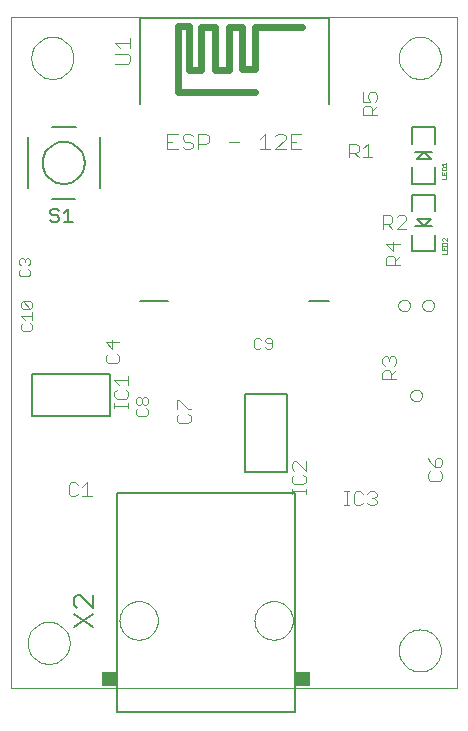
<source format=gto>
G75*
%MOIN*%
%OFA0B0*%
%FSLAX24Y24*%
%IPPOS*%
%LPD*%
%AMOC8*
5,1,8,0,0,1.08239X$1,22.5*
%
%ADD10C,0.0000*%
%ADD11C,0.0040*%
%ADD12C,0.0030*%
%ADD13C,0.0080*%
%ADD14C,0.0060*%
%ADD15R,0.0502X0.0450*%
%ADD16R,0.0492X0.0450*%
%ADD17C,0.0050*%
%ADD18C,0.0240*%
%ADD19C,0.0010*%
D10*
X000180Y000954D02*
X000180Y023325D01*
X015050Y023325D01*
X015050Y000954D01*
X000180Y000954D01*
X000730Y002454D02*
X000732Y002506D01*
X000738Y002558D01*
X000748Y002610D01*
X000761Y002660D01*
X000778Y002710D01*
X000799Y002758D01*
X000824Y002804D01*
X000852Y002848D01*
X000883Y002890D01*
X000917Y002930D01*
X000954Y002967D01*
X000994Y003001D01*
X001036Y003032D01*
X001080Y003060D01*
X001126Y003085D01*
X001174Y003106D01*
X001224Y003123D01*
X001274Y003136D01*
X001326Y003146D01*
X001378Y003152D01*
X001430Y003154D01*
X001482Y003152D01*
X001534Y003146D01*
X001586Y003136D01*
X001636Y003123D01*
X001686Y003106D01*
X001734Y003085D01*
X001780Y003060D01*
X001824Y003032D01*
X001866Y003001D01*
X001906Y002967D01*
X001943Y002930D01*
X001977Y002890D01*
X002008Y002848D01*
X002036Y002804D01*
X002061Y002758D01*
X002082Y002710D01*
X002099Y002660D01*
X002112Y002610D01*
X002122Y002558D01*
X002128Y002506D01*
X002130Y002454D01*
X002128Y002402D01*
X002122Y002350D01*
X002112Y002298D01*
X002099Y002248D01*
X002082Y002198D01*
X002061Y002150D01*
X002036Y002104D01*
X002008Y002060D01*
X001977Y002018D01*
X001943Y001978D01*
X001906Y001941D01*
X001866Y001907D01*
X001824Y001876D01*
X001780Y001848D01*
X001734Y001823D01*
X001686Y001802D01*
X001636Y001785D01*
X001586Y001772D01*
X001534Y001762D01*
X001482Y001756D01*
X001430Y001754D01*
X001378Y001756D01*
X001326Y001762D01*
X001274Y001772D01*
X001224Y001785D01*
X001174Y001802D01*
X001126Y001823D01*
X001080Y001848D01*
X001036Y001876D01*
X000994Y001907D01*
X000954Y001941D01*
X000917Y001978D01*
X000883Y002018D01*
X000852Y002060D01*
X000824Y002104D01*
X000799Y002150D01*
X000778Y002198D01*
X000761Y002248D01*
X000748Y002298D01*
X000738Y002350D01*
X000732Y002402D01*
X000730Y002454D01*
X003790Y003204D02*
X003792Y003254D01*
X003798Y003304D01*
X003808Y003353D01*
X003821Y003402D01*
X003839Y003449D01*
X003860Y003495D01*
X003884Y003538D01*
X003912Y003580D01*
X003943Y003620D01*
X003977Y003657D01*
X004014Y003691D01*
X004054Y003722D01*
X004096Y003750D01*
X004139Y003774D01*
X004185Y003795D01*
X004232Y003813D01*
X004281Y003826D01*
X004330Y003836D01*
X004380Y003842D01*
X004430Y003844D01*
X004480Y003842D01*
X004530Y003836D01*
X004579Y003826D01*
X004628Y003813D01*
X004675Y003795D01*
X004721Y003774D01*
X004764Y003750D01*
X004806Y003722D01*
X004846Y003691D01*
X004883Y003657D01*
X004917Y003620D01*
X004948Y003580D01*
X004976Y003538D01*
X005000Y003495D01*
X005021Y003449D01*
X005039Y003402D01*
X005052Y003353D01*
X005062Y003304D01*
X005068Y003254D01*
X005070Y003204D01*
X005068Y003154D01*
X005062Y003104D01*
X005052Y003055D01*
X005039Y003006D01*
X005021Y002959D01*
X005000Y002913D01*
X004976Y002870D01*
X004948Y002828D01*
X004917Y002788D01*
X004883Y002751D01*
X004846Y002717D01*
X004806Y002686D01*
X004764Y002658D01*
X004721Y002634D01*
X004675Y002613D01*
X004628Y002595D01*
X004579Y002582D01*
X004530Y002572D01*
X004480Y002566D01*
X004430Y002564D01*
X004380Y002566D01*
X004330Y002572D01*
X004281Y002582D01*
X004232Y002595D01*
X004185Y002613D01*
X004139Y002634D01*
X004096Y002658D01*
X004054Y002686D01*
X004014Y002717D01*
X003977Y002751D01*
X003943Y002788D01*
X003912Y002828D01*
X003884Y002870D01*
X003860Y002913D01*
X003839Y002959D01*
X003821Y003006D01*
X003808Y003055D01*
X003798Y003104D01*
X003792Y003154D01*
X003790Y003204D01*
X008290Y003204D02*
X008292Y003254D01*
X008298Y003304D01*
X008308Y003353D01*
X008321Y003402D01*
X008339Y003449D01*
X008360Y003495D01*
X008384Y003538D01*
X008412Y003580D01*
X008443Y003620D01*
X008477Y003657D01*
X008514Y003691D01*
X008554Y003722D01*
X008596Y003750D01*
X008639Y003774D01*
X008685Y003795D01*
X008732Y003813D01*
X008781Y003826D01*
X008830Y003836D01*
X008880Y003842D01*
X008930Y003844D01*
X008980Y003842D01*
X009030Y003836D01*
X009079Y003826D01*
X009128Y003813D01*
X009175Y003795D01*
X009221Y003774D01*
X009264Y003750D01*
X009306Y003722D01*
X009346Y003691D01*
X009383Y003657D01*
X009417Y003620D01*
X009448Y003580D01*
X009476Y003538D01*
X009500Y003495D01*
X009521Y003449D01*
X009539Y003402D01*
X009552Y003353D01*
X009562Y003304D01*
X009568Y003254D01*
X009570Y003204D01*
X009568Y003154D01*
X009562Y003104D01*
X009552Y003055D01*
X009539Y003006D01*
X009521Y002959D01*
X009500Y002913D01*
X009476Y002870D01*
X009448Y002828D01*
X009417Y002788D01*
X009383Y002751D01*
X009346Y002717D01*
X009306Y002686D01*
X009264Y002658D01*
X009221Y002634D01*
X009175Y002613D01*
X009128Y002595D01*
X009079Y002582D01*
X009030Y002572D01*
X008980Y002566D01*
X008930Y002564D01*
X008880Y002566D01*
X008830Y002572D01*
X008781Y002582D01*
X008732Y002595D01*
X008685Y002613D01*
X008639Y002634D01*
X008596Y002658D01*
X008554Y002686D01*
X008514Y002717D01*
X008477Y002751D01*
X008443Y002788D01*
X008412Y002828D01*
X008384Y002870D01*
X008360Y002913D01*
X008339Y002959D01*
X008321Y003006D01*
X008308Y003055D01*
X008298Y003104D01*
X008292Y003154D01*
X008290Y003204D01*
X013483Y010704D02*
X013485Y010731D01*
X013491Y010758D01*
X013500Y010784D01*
X013513Y010808D01*
X013529Y010831D01*
X013548Y010850D01*
X013570Y010867D01*
X013594Y010881D01*
X013619Y010891D01*
X013646Y010898D01*
X013673Y010901D01*
X013701Y010900D01*
X013728Y010895D01*
X013754Y010887D01*
X013778Y010875D01*
X013801Y010859D01*
X013822Y010841D01*
X013839Y010820D01*
X013854Y010796D01*
X013865Y010771D01*
X013873Y010745D01*
X013877Y010718D01*
X013877Y010690D01*
X013873Y010663D01*
X013865Y010637D01*
X013854Y010612D01*
X013839Y010588D01*
X013822Y010567D01*
X013801Y010549D01*
X013779Y010533D01*
X013754Y010521D01*
X013728Y010513D01*
X013701Y010508D01*
X013673Y010507D01*
X013646Y010510D01*
X013619Y010517D01*
X013594Y010527D01*
X013570Y010541D01*
X013548Y010558D01*
X013529Y010577D01*
X013513Y010600D01*
X013500Y010624D01*
X013491Y010650D01*
X013485Y010677D01*
X013483Y010704D01*
X013083Y013704D02*
X013085Y013731D01*
X013091Y013758D01*
X013100Y013784D01*
X013113Y013808D01*
X013129Y013831D01*
X013148Y013850D01*
X013170Y013867D01*
X013194Y013881D01*
X013219Y013891D01*
X013246Y013898D01*
X013273Y013901D01*
X013301Y013900D01*
X013328Y013895D01*
X013354Y013887D01*
X013378Y013875D01*
X013401Y013859D01*
X013422Y013841D01*
X013439Y013820D01*
X013454Y013796D01*
X013465Y013771D01*
X013473Y013745D01*
X013477Y013718D01*
X013477Y013690D01*
X013473Y013663D01*
X013465Y013637D01*
X013454Y013612D01*
X013439Y013588D01*
X013422Y013567D01*
X013401Y013549D01*
X013379Y013533D01*
X013354Y013521D01*
X013328Y013513D01*
X013301Y013508D01*
X013273Y013507D01*
X013246Y013510D01*
X013219Y013517D01*
X013194Y013527D01*
X013170Y013541D01*
X013148Y013558D01*
X013129Y013577D01*
X013113Y013600D01*
X013100Y013624D01*
X013091Y013650D01*
X013085Y013677D01*
X013083Y013704D01*
X013883Y013704D02*
X013885Y013731D01*
X013891Y013758D01*
X013900Y013784D01*
X013913Y013808D01*
X013929Y013831D01*
X013948Y013850D01*
X013970Y013867D01*
X013994Y013881D01*
X014019Y013891D01*
X014046Y013898D01*
X014073Y013901D01*
X014101Y013900D01*
X014128Y013895D01*
X014154Y013887D01*
X014178Y013875D01*
X014201Y013859D01*
X014222Y013841D01*
X014239Y013820D01*
X014254Y013796D01*
X014265Y013771D01*
X014273Y013745D01*
X014277Y013718D01*
X014277Y013690D01*
X014273Y013663D01*
X014265Y013637D01*
X014254Y013612D01*
X014239Y013588D01*
X014222Y013567D01*
X014201Y013549D01*
X014179Y013533D01*
X014154Y013521D01*
X014128Y013513D01*
X014101Y013508D01*
X014073Y013507D01*
X014046Y013510D01*
X014019Y013517D01*
X013994Y013527D01*
X013970Y013541D01*
X013948Y013558D01*
X013929Y013577D01*
X013913Y013600D01*
X013900Y013624D01*
X013891Y013650D01*
X013885Y013677D01*
X013883Y013704D01*
X013105Y021954D02*
X013107Y022006D01*
X013113Y022058D01*
X013123Y022110D01*
X013136Y022160D01*
X013153Y022210D01*
X013174Y022258D01*
X013199Y022304D01*
X013227Y022348D01*
X013258Y022390D01*
X013292Y022430D01*
X013329Y022467D01*
X013369Y022501D01*
X013411Y022532D01*
X013455Y022560D01*
X013501Y022585D01*
X013549Y022606D01*
X013599Y022623D01*
X013649Y022636D01*
X013701Y022646D01*
X013753Y022652D01*
X013805Y022654D01*
X013857Y022652D01*
X013909Y022646D01*
X013961Y022636D01*
X014011Y022623D01*
X014061Y022606D01*
X014109Y022585D01*
X014155Y022560D01*
X014199Y022532D01*
X014241Y022501D01*
X014281Y022467D01*
X014318Y022430D01*
X014352Y022390D01*
X014383Y022348D01*
X014411Y022304D01*
X014436Y022258D01*
X014457Y022210D01*
X014474Y022160D01*
X014487Y022110D01*
X014497Y022058D01*
X014503Y022006D01*
X014505Y021954D01*
X014503Y021902D01*
X014497Y021850D01*
X014487Y021798D01*
X014474Y021748D01*
X014457Y021698D01*
X014436Y021650D01*
X014411Y021604D01*
X014383Y021560D01*
X014352Y021518D01*
X014318Y021478D01*
X014281Y021441D01*
X014241Y021407D01*
X014199Y021376D01*
X014155Y021348D01*
X014109Y021323D01*
X014061Y021302D01*
X014011Y021285D01*
X013961Y021272D01*
X013909Y021262D01*
X013857Y021256D01*
X013805Y021254D01*
X013753Y021256D01*
X013701Y021262D01*
X013649Y021272D01*
X013599Y021285D01*
X013549Y021302D01*
X013501Y021323D01*
X013455Y021348D01*
X013411Y021376D01*
X013369Y021407D01*
X013329Y021441D01*
X013292Y021478D01*
X013258Y021518D01*
X013227Y021560D01*
X013199Y021604D01*
X013174Y021650D01*
X013153Y021698D01*
X013136Y021748D01*
X013123Y021798D01*
X013113Y021850D01*
X013107Y021902D01*
X013105Y021954D01*
X000855Y021954D02*
X000857Y022006D01*
X000863Y022058D01*
X000873Y022110D01*
X000886Y022160D01*
X000903Y022210D01*
X000924Y022258D01*
X000949Y022304D01*
X000977Y022348D01*
X001008Y022390D01*
X001042Y022430D01*
X001079Y022467D01*
X001119Y022501D01*
X001161Y022532D01*
X001205Y022560D01*
X001251Y022585D01*
X001299Y022606D01*
X001349Y022623D01*
X001399Y022636D01*
X001451Y022646D01*
X001503Y022652D01*
X001555Y022654D01*
X001607Y022652D01*
X001659Y022646D01*
X001711Y022636D01*
X001761Y022623D01*
X001811Y022606D01*
X001859Y022585D01*
X001905Y022560D01*
X001949Y022532D01*
X001991Y022501D01*
X002031Y022467D01*
X002068Y022430D01*
X002102Y022390D01*
X002133Y022348D01*
X002161Y022304D01*
X002186Y022258D01*
X002207Y022210D01*
X002224Y022160D01*
X002237Y022110D01*
X002247Y022058D01*
X002253Y022006D01*
X002255Y021954D01*
X002253Y021902D01*
X002247Y021850D01*
X002237Y021798D01*
X002224Y021748D01*
X002207Y021698D01*
X002186Y021650D01*
X002161Y021604D01*
X002133Y021560D01*
X002102Y021518D01*
X002068Y021478D01*
X002031Y021441D01*
X001991Y021407D01*
X001949Y021376D01*
X001905Y021348D01*
X001859Y021323D01*
X001811Y021302D01*
X001761Y021285D01*
X001711Y021272D01*
X001659Y021262D01*
X001607Y021256D01*
X001555Y021254D01*
X001503Y021256D01*
X001451Y021262D01*
X001399Y021272D01*
X001349Y021285D01*
X001299Y021302D01*
X001251Y021323D01*
X001205Y021348D01*
X001161Y021376D01*
X001119Y021407D01*
X001079Y021441D01*
X001042Y021478D01*
X001008Y021518D01*
X000977Y021560D01*
X000949Y021604D01*
X000924Y021650D01*
X000903Y021698D01*
X000886Y021748D01*
X000873Y021798D01*
X000863Y021850D01*
X000857Y021902D01*
X000855Y021954D01*
X013105Y002204D02*
X013107Y002256D01*
X013113Y002308D01*
X013123Y002360D01*
X013136Y002410D01*
X013153Y002460D01*
X013174Y002508D01*
X013199Y002554D01*
X013227Y002598D01*
X013258Y002640D01*
X013292Y002680D01*
X013329Y002717D01*
X013369Y002751D01*
X013411Y002782D01*
X013455Y002810D01*
X013501Y002835D01*
X013549Y002856D01*
X013599Y002873D01*
X013649Y002886D01*
X013701Y002896D01*
X013753Y002902D01*
X013805Y002904D01*
X013857Y002902D01*
X013909Y002896D01*
X013961Y002886D01*
X014011Y002873D01*
X014061Y002856D01*
X014109Y002835D01*
X014155Y002810D01*
X014199Y002782D01*
X014241Y002751D01*
X014281Y002717D01*
X014318Y002680D01*
X014352Y002640D01*
X014383Y002598D01*
X014411Y002554D01*
X014436Y002508D01*
X014457Y002460D01*
X014474Y002410D01*
X014487Y002360D01*
X014497Y002308D01*
X014503Y002256D01*
X014505Y002204D01*
X014503Y002152D01*
X014497Y002100D01*
X014487Y002048D01*
X014474Y001998D01*
X014457Y001948D01*
X014436Y001900D01*
X014411Y001854D01*
X014383Y001810D01*
X014352Y001768D01*
X014318Y001728D01*
X014281Y001691D01*
X014241Y001657D01*
X014199Y001626D01*
X014155Y001598D01*
X014109Y001573D01*
X014061Y001552D01*
X014011Y001535D01*
X013961Y001522D01*
X013909Y001512D01*
X013857Y001506D01*
X013805Y001504D01*
X013753Y001506D01*
X013701Y001512D01*
X013649Y001522D01*
X013599Y001535D01*
X013549Y001552D01*
X013501Y001573D01*
X013455Y001598D01*
X013411Y001626D01*
X013369Y001657D01*
X013329Y001691D01*
X013292Y001728D01*
X013258Y001768D01*
X013227Y001810D01*
X013199Y001854D01*
X013174Y001900D01*
X013153Y001948D01*
X013136Y001998D01*
X013123Y002048D01*
X013113Y002100D01*
X013107Y002152D01*
X013105Y002204D01*
D11*
X012282Y007049D02*
X012129Y007049D01*
X012052Y007126D01*
X011899Y007126D02*
X011822Y007049D01*
X011668Y007049D01*
X011592Y007126D01*
X011592Y007432D01*
X011668Y007509D01*
X011822Y007509D01*
X011899Y007432D01*
X012052Y007432D02*
X012129Y007509D01*
X012282Y007509D01*
X012359Y007432D01*
X012359Y007356D01*
X012282Y007279D01*
X012359Y007202D01*
X012359Y007126D01*
X012282Y007049D01*
X012282Y007279D02*
X012206Y007279D01*
X011438Y007509D02*
X011285Y007509D01*
X011362Y007509D02*
X011362Y007049D01*
X011438Y007049D02*
X011285Y007049D01*
X009993Y007434D02*
X009993Y007587D01*
X009993Y007510D02*
X009532Y007510D01*
X009532Y007434D02*
X009532Y007587D01*
X009609Y007740D02*
X009532Y007817D01*
X009532Y007971D01*
X009609Y008047D01*
X009609Y008201D02*
X009532Y008278D01*
X009532Y008431D01*
X009609Y008508D01*
X009686Y008508D01*
X009993Y008201D01*
X009993Y008508D01*
X009916Y008047D02*
X009993Y007971D01*
X009993Y007817D01*
X009916Y007740D01*
X009609Y007740D01*
X012550Y011236D02*
X012550Y011466D01*
X012626Y011543D01*
X012780Y011543D01*
X012857Y011466D01*
X012857Y011236D01*
X013010Y011236D02*
X012550Y011236D01*
X012857Y011390D02*
X013010Y011543D01*
X012933Y011697D02*
X013010Y011773D01*
X013010Y011927D01*
X012933Y012004D01*
X012857Y012004D01*
X012780Y011927D01*
X012780Y011850D01*
X012780Y011927D02*
X012703Y012004D01*
X012626Y012004D01*
X012550Y011927D01*
X012550Y011773D01*
X012626Y011697D01*
X014075Y008633D02*
X014151Y008479D01*
X014305Y008326D01*
X014305Y008556D01*
X014382Y008633D01*
X014458Y008633D01*
X014535Y008556D01*
X014535Y008403D01*
X014458Y008326D01*
X014305Y008326D01*
X014458Y008172D02*
X014535Y008096D01*
X014535Y007942D01*
X014458Y007865D01*
X014151Y007865D01*
X014075Y007942D01*
X014075Y008096D01*
X014151Y008172D01*
X013135Y015049D02*
X012675Y015049D01*
X012675Y015279D01*
X012751Y015356D01*
X012905Y015356D01*
X012982Y015279D01*
X012982Y015049D01*
X012982Y015202D02*
X013135Y015356D01*
X012905Y015509D02*
X012905Y015816D01*
X013135Y015739D02*
X012675Y015739D01*
X012905Y015509D01*
X012886Y016261D02*
X012733Y016415D01*
X012809Y016415D02*
X012579Y016415D01*
X012579Y016261D02*
X012579Y016722D01*
X012809Y016722D01*
X012886Y016645D01*
X012886Y016491D01*
X012809Y016415D01*
X013040Y016261D02*
X013347Y016568D01*
X013347Y016645D01*
X013270Y016722D01*
X013116Y016722D01*
X013040Y016645D01*
X013040Y016261D02*
X013347Y016261D01*
X012222Y018636D02*
X011915Y018636D01*
X012068Y018636D02*
X012068Y019097D01*
X011915Y018943D01*
X011761Y019020D02*
X011761Y018866D01*
X011684Y018790D01*
X011454Y018790D01*
X011608Y018790D02*
X011761Y018636D01*
X011454Y018636D02*
X011454Y019097D01*
X011684Y019097D01*
X011761Y019020D01*
X011912Y020040D02*
X011912Y020271D01*
X011989Y020347D01*
X012142Y020347D01*
X012219Y020271D01*
X012219Y020040D01*
X012373Y020040D02*
X011912Y020040D01*
X012219Y020194D02*
X012373Y020347D01*
X012296Y020501D02*
X012373Y020578D01*
X012373Y020731D01*
X012296Y020808D01*
X012142Y020808D01*
X012066Y020731D01*
X012066Y020654D01*
X012142Y020501D01*
X011912Y020501D01*
X011912Y020808D01*
X009852Y019425D02*
X009505Y019425D01*
X009505Y018905D01*
X009852Y018905D01*
X009678Y019165D02*
X009505Y019165D01*
X009336Y019252D02*
X009336Y019339D01*
X009249Y019425D01*
X009076Y019425D01*
X008989Y019339D01*
X009336Y019252D02*
X008989Y018905D01*
X009336Y018905D01*
X008820Y018905D02*
X008473Y018905D01*
X008647Y018905D02*
X008647Y019425D01*
X008473Y019252D01*
X007789Y019165D02*
X007442Y019165D01*
X006758Y019165D02*
X006671Y019078D01*
X006411Y019078D01*
X006411Y018905D02*
X006411Y019425D01*
X006671Y019425D01*
X006758Y019339D01*
X006758Y019165D01*
X006242Y019078D02*
X006242Y018992D01*
X006155Y018905D01*
X005982Y018905D01*
X005895Y018992D01*
X005727Y018905D02*
X005380Y018905D01*
X005380Y019425D01*
X005727Y019425D01*
X005895Y019339D02*
X005895Y019252D01*
X005982Y019165D01*
X006155Y019165D01*
X006242Y019078D01*
X006242Y019339D02*
X006155Y019425D01*
X005982Y019425D01*
X005895Y019339D01*
X005553Y019165D02*
X005380Y019165D01*
X004066Y021755D02*
X004153Y021842D01*
X004153Y022015D01*
X004066Y022102D01*
X003632Y022102D01*
X003806Y022270D02*
X003632Y022444D01*
X004153Y022444D01*
X004153Y022617D02*
X004153Y022270D01*
X004066Y021755D02*
X003632Y021755D01*
X003555Y012554D02*
X003555Y012247D01*
X003325Y012477D01*
X003785Y012477D01*
X003708Y012093D02*
X003785Y012016D01*
X003785Y011863D01*
X003708Y011786D01*
X003401Y011786D01*
X003325Y011863D01*
X003325Y012016D01*
X003401Y012093D01*
X003617Y011207D02*
X004078Y011207D01*
X004078Y011054D02*
X004078Y011361D01*
X003771Y011054D02*
X003617Y011207D01*
X003694Y010900D02*
X003617Y010823D01*
X003617Y010670D01*
X003694Y010593D01*
X004001Y010593D01*
X004078Y010670D01*
X004078Y010823D01*
X004001Y010900D01*
X004078Y010440D02*
X004078Y010286D01*
X004078Y010363D02*
X003617Y010363D01*
X003617Y010286D02*
X003617Y010440D01*
X002706Y007809D02*
X002706Y007349D01*
X002859Y007349D02*
X002552Y007349D01*
X002399Y007426D02*
X002322Y007349D01*
X002168Y007349D01*
X002092Y007426D01*
X002092Y007732D01*
X002168Y007809D01*
X002322Y007809D01*
X002399Y007732D01*
X002552Y007656D02*
X002706Y007809D01*
X005700Y009863D02*
X005776Y009786D01*
X006083Y009786D01*
X006160Y009863D01*
X006160Y010016D01*
X006083Y010093D01*
X006083Y010247D02*
X006160Y010247D01*
X006083Y010247D02*
X005776Y010554D01*
X005700Y010554D01*
X005700Y010247D01*
X005776Y010093D02*
X005700Y010016D01*
X005700Y009863D01*
D12*
X004728Y010093D02*
X004728Y010216D01*
X004666Y010278D01*
X004666Y010400D02*
X004604Y010400D01*
X004542Y010461D01*
X004542Y010585D01*
X004604Y010646D01*
X004666Y010646D01*
X004728Y010585D01*
X004728Y010461D01*
X004666Y010400D01*
X004542Y010461D02*
X004481Y010400D01*
X004419Y010400D01*
X004357Y010461D01*
X004357Y010585D01*
X004419Y010646D01*
X004481Y010646D01*
X004542Y010585D01*
X004419Y010278D02*
X004357Y010216D01*
X004357Y010093D01*
X004419Y010031D01*
X004666Y010031D01*
X004728Y010093D01*
X008271Y012318D02*
X008333Y012256D01*
X008456Y012256D01*
X008518Y012318D01*
X008639Y012318D02*
X008701Y012256D01*
X008824Y012256D01*
X008886Y012318D01*
X008886Y012565D01*
X008824Y012627D01*
X008701Y012627D01*
X008639Y012565D01*
X008639Y012503D01*
X008701Y012441D01*
X008886Y012441D01*
X008518Y012565D02*
X008456Y012627D01*
X008333Y012627D01*
X008271Y012565D01*
X008271Y012318D01*
X000878Y012926D02*
X000816Y012864D01*
X000569Y012864D01*
X000507Y012926D01*
X000507Y013049D01*
X000569Y013111D01*
X000631Y013232D02*
X000507Y013356D01*
X000878Y013356D01*
X000878Y013479D02*
X000878Y013232D01*
X000816Y013111D02*
X000878Y013049D01*
X000878Y012926D01*
X000816Y013600D02*
X000569Y013600D01*
X000507Y013662D01*
X000507Y013786D01*
X000569Y013847D01*
X000816Y013600D01*
X000878Y013662D01*
X000878Y013786D01*
X000816Y013847D01*
X000569Y013847D01*
X000506Y014670D02*
X000445Y014731D01*
X000445Y014855D01*
X000506Y014917D01*
X000506Y015038D02*
X000445Y015100D01*
X000445Y015223D01*
X000506Y015285D01*
X000568Y015285D01*
X000630Y015223D01*
X000692Y015285D01*
X000753Y015285D01*
X000815Y015223D01*
X000815Y015100D01*
X000753Y015038D01*
X000753Y014917D02*
X000815Y014855D01*
X000815Y014731D01*
X000753Y014670D01*
X000506Y014670D01*
X000630Y015161D02*
X000630Y015223D01*
D13*
X001530Y017254D02*
X002323Y017254D01*
X003130Y017604D02*
X003130Y019304D01*
X002335Y019654D02*
X001530Y019654D01*
X001230Y018454D02*
X001232Y018506D01*
X001238Y018558D01*
X001248Y018610D01*
X001261Y018660D01*
X001278Y018710D01*
X001299Y018758D01*
X001324Y018804D01*
X001352Y018848D01*
X001383Y018890D01*
X001417Y018930D01*
X001454Y018967D01*
X001494Y019001D01*
X001536Y019032D01*
X001580Y019060D01*
X001626Y019085D01*
X001674Y019106D01*
X001724Y019123D01*
X001774Y019136D01*
X001826Y019146D01*
X001878Y019152D01*
X001930Y019154D01*
X001982Y019152D01*
X002034Y019146D01*
X002086Y019136D01*
X002136Y019123D01*
X002186Y019106D01*
X002234Y019085D01*
X002280Y019060D01*
X002324Y019032D01*
X002366Y019001D01*
X002406Y018967D01*
X002443Y018930D01*
X002477Y018890D01*
X002508Y018848D01*
X002536Y018804D01*
X002561Y018758D01*
X002582Y018710D01*
X002599Y018660D01*
X002612Y018610D01*
X002622Y018558D01*
X002628Y018506D01*
X002630Y018454D01*
X002628Y018402D01*
X002622Y018350D01*
X002612Y018298D01*
X002599Y018248D01*
X002582Y018198D01*
X002561Y018150D01*
X002536Y018104D01*
X002508Y018060D01*
X002477Y018018D01*
X002443Y017978D01*
X002406Y017941D01*
X002366Y017907D01*
X002324Y017876D01*
X002280Y017848D01*
X002234Y017823D01*
X002186Y017802D01*
X002136Y017785D01*
X002086Y017772D01*
X002034Y017762D01*
X001982Y017756D01*
X001930Y017754D01*
X001878Y017756D01*
X001826Y017762D01*
X001774Y017772D01*
X001724Y017785D01*
X001674Y017802D01*
X001626Y017823D01*
X001580Y017848D01*
X001536Y017876D01*
X001494Y017907D01*
X001454Y017941D01*
X001417Y017978D01*
X001383Y018018D01*
X001352Y018060D01*
X001324Y018104D01*
X001299Y018150D01*
X001278Y018198D01*
X001261Y018248D01*
X001248Y018298D01*
X001238Y018350D01*
X001232Y018402D01*
X001230Y018454D01*
X000730Y019304D02*
X000730Y017604D01*
X000890Y011404D02*
X003470Y011404D01*
X003470Y010004D01*
X000890Y010004D01*
X000890Y011404D01*
X003717Y007463D02*
X003717Y000140D01*
X009643Y000140D01*
X009643Y007463D01*
X003717Y007463D01*
X007980Y008164D02*
X007980Y010744D01*
X009380Y010744D01*
X009380Y008164D01*
X007980Y008164D01*
X013536Y015509D02*
X013536Y016060D01*
X013654Y016336D02*
X013930Y016336D01*
X013694Y016572D01*
X014166Y016572D01*
X013930Y016336D01*
X014206Y016336D01*
X014324Y016060D02*
X014324Y015509D01*
X013536Y015509D01*
X013536Y016847D02*
X013536Y017399D01*
X014324Y017399D01*
X014324Y016847D01*
X014324Y017759D02*
X014324Y018310D01*
X014166Y018586D02*
X013930Y018822D01*
X013694Y018586D01*
X014166Y018586D01*
X014206Y018822D02*
X013930Y018822D01*
X013654Y018822D01*
X013536Y019097D02*
X013536Y019649D01*
X014324Y019649D01*
X014324Y019097D01*
X013536Y018310D02*
X013536Y017759D01*
X014324Y017759D01*
D14*
X002900Y004055D02*
X002900Y003628D01*
X002473Y004055D01*
X002366Y004055D01*
X002259Y003949D01*
X002259Y003735D01*
X002366Y003628D01*
X002259Y003411D02*
X002900Y002984D01*
X002900Y003411D02*
X002259Y002984D01*
D15*
X009923Y001269D03*
D16*
X003432Y001269D03*
D17*
X004491Y013846D02*
X005397Y013846D01*
X002232Y016479D02*
X001932Y016479D01*
X002082Y016479D02*
X002082Y016929D01*
X001932Y016779D01*
X001772Y016854D02*
X001697Y016929D01*
X001547Y016929D01*
X001472Y016854D01*
X001472Y016779D01*
X001547Y016704D01*
X001697Y016704D01*
X001772Y016629D01*
X001772Y016554D01*
X001697Y016479D01*
X001547Y016479D01*
X001472Y016554D01*
X004491Y020420D02*
X004491Y023294D01*
X010790Y023294D01*
X010790Y020420D01*
X010790Y013846D02*
X010121Y013846D01*
D18*
X008310Y020814D02*
X005751Y020814D01*
X005751Y021050D01*
X005751Y021090D02*
X005751Y023019D01*
X006105Y023019D01*
X006105Y021562D01*
X006499Y021562D01*
X006499Y022979D01*
X006971Y022979D01*
X006971Y021562D01*
X007444Y021562D01*
X007444Y022979D01*
X007877Y022979D01*
X007877Y021601D01*
X008310Y021601D01*
X008310Y022979D01*
X009885Y022979D01*
D19*
X014537Y018413D02*
X014688Y018413D01*
X014688Y018363D02*
X014688Y018463D01*
X014587Y018363D02*
X014537Y018413D01*
X014562Y018316D02*
X014537Y018291D01*
X014537Y018216D01*
X014688Y018216D01*
X014688Y018291D01*
X014662Y018316D01*
X014562Y018316D01*
X014537Y018169D02*
X014537Y018069D01*
X014688Y018069D01*
X014688Y018169D01*
X014612Y018119D02*
X014612Y018069D01*
X014688Y018021D02*
X014688Y017921D01*
X014537Y017921D01*
X014572Y015949D02*
X014547Y015924D01*
X014547Y015874D01*
X014572Y015849D01*
X014572Y015802D02*
X014547Y015777D01*
X014547Y015702D01*
X014698Y015702D01*
X014698Y015777D01*
X014672Y015802D01*
X014572Y015802D01*
X014698Y015849D02*
X014597Y015949D01*
X014572Y015949D01*
X014698Y015949D02*
X014698Y015849D01*
X014698Y015654D02*
X014698Y015554D01*
X014547Y015554D01*
X014547Y015654D01*
X014622Y015604D02*
X014622Y015554D01*
X014698Y015507D02*
X014698Y015407D01*
X014547Y015407D01*
M02*

</source>
